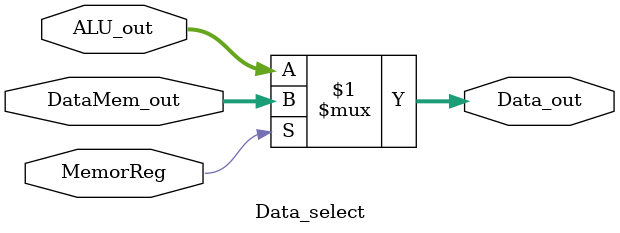
<source format=v>
`timescale 1ns / 1ps
module Data_select(
MemorReg,ALU_out,DataMem_out,
Data_out
    );
    input MemorReg;
    input [31:0] ALU_out;
    input [31:0] DataMem_out;
    output [31:0] Data_out;
    
    assign Data_out=MemorReg?DataMem_out:ALU_out;
endmodule


</source>
